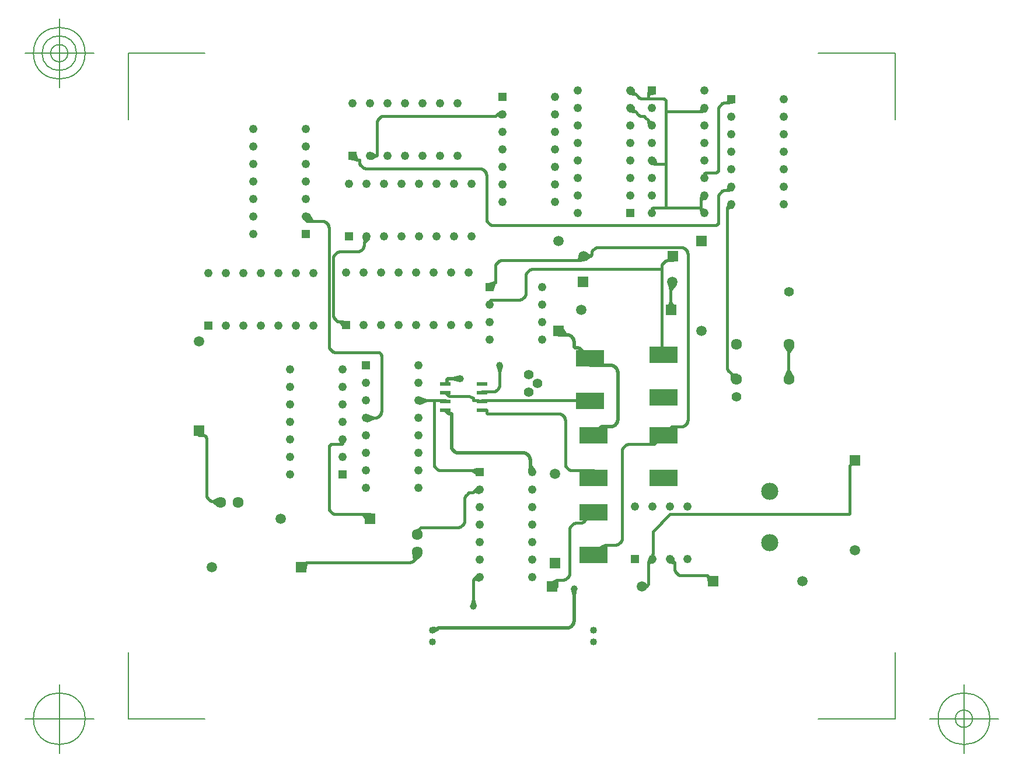
<source format=gbr>
G04 Generated by Ultiboard 12.0 *
%FSLAX25Y25*%
%MOIN*%

%ADD10C,0.00001*%
%ADD11C,0.01500*%
%ADD12C,0.02000*%
%ADD13C,0.00500*%
%ADD14R,0.16339X0.09252*%
%ADD15C,0.06334*%
%ADD16C,0.05500*%
%ADD17R,0.05906X0.05906*%
%ADD18C,0.05906*%
%ADD19C,0.04000*%
%ADD20C,0.04900*%
%ADD21R,0.04900X0.04900*%
%ADD22R,0.06102X0.02362*%
%ADD23C,0.03937*%
%ADD24C,0.01575*%
%ADD25C,0.09834*%


G04 ColorRGB FF66CC for the following layer *
%LNTop Stack-up 1*%
%LPD*%
G54D10*
G54D11*
X347700Y192200D02*
X347700Y187700D01*
X347500Y187500D01*
X347500Y175000D01*
X347700Y174800D01*
X347700Y172200D01*
X172630Y159500D02*
X170500Y159500D01*
X170000Y160000D01*
X168750Y160000D01*
X167500Y160000D01*
X167500Y161250D01*
X165000Y162500D01*
X281600Y242500D02*
X281600Y240000D01*
X275000Y186205D02*
X276000Y186205D01*
X314800Y332100D02*
X312700Y330000D01*
X306250Y290000D02*
X300000Y290000D01*
X299604Y289604D01*
X299604Y287212D01*
X299604Y267212D02*
X297500Y269315D01*
X297500Y275108D01*
X299604Y277212D01*
X106248Y149990D02*
X106248Y150000D01*
X72500Y262500D02*
X71979Y263021D01*
X71979Y265054D01*
X267500Y332500D02*
X267500Y335108D01*
X269604Y337212D01*
X314800Y272100D02*
X312700Y270000D01*
X312500Y270000D01*
X315000Y175000D02*
X315000Y174900D01*
X317700Y172200D01*
X177500Y217500D02*
X176800Y216800D01*
X176800Y214700D01*
X277500Y295000D02*
X271815Y295000D01*
X269604Y297212D01*
X277500Y270000D02*
X297500Y270000D01*
X297500Y269315D01*
X299604Y267212D01*
X184100Y323500D02*
X181000Y323500D01*
X180000Y322500D01*
X112500Y300000D02*
X112200Y299700D01*
X108587Y299700D01*
X230419Y242500D02*
X227919Y240000D01*
X180000Y227500D02*
X179600Y227500D01*
X176800Y224700D01*
X276000Y140205D02*
X270795Y135000D01*
X277500Y325000D02*
X297500Y325000D01*
X297500Y325108D01*
X299604Y327212D01*
X23300Y101700D02*
X20800Y101700D01*
X20000Y102500D01*
X10700Y140000D02*
X10700Y142600D01*
X171134Y119101D02*
X171134Y120000D01*
X276000Y140205D02*
X280795Y145000D01*
X257235Y337212D02*
X259447Y335000D01*
X260000Y335000D01*
X270000Y270000D02*
X269604Y269604D01*
X269604Y267212D01*
X277500Y331250D02*
X277500Y270000D01*
X270000Y270000D01*
X172630Y165000D02*
X172630Y164500D01*
X215000Y57500D02*
X215000Y53858D01*
X212618Y53858D01*
X151370Y159500D02*
X151370Y160000D01*
X136248Y160000D01*
X136248Y159990D01*
X169101Y59101D02*
X171134Y59101D01*
X135646Y73526D02*
X135646Y70646D01*
X72075Y67500D02*
X69227Y64652D01*
X234000Y159795D02*
X234000Y160000D01*
X172630Y160000D01*
X172630Y159500D01*
X236000Y115795D02*
X236000Y120000D01*
X175000Y154500D02*
X172630Y154500D01*
X314800Y282100D02*
X312700Y280000D01*
X100787Y297500D02*
X98587Y299700D01*
X269698Y69503D02*
X267695Y67500D01*
X267500Y67500D01*
X266358Y53858D02*
X263799Y53858D01*
X281181Y227900D02*
X281181Y226181D01*
X280000Y225000D01*
X280000Y211600D01*
X280400Y211600D01*
X108644Y92519D02*
X108644Y95000D01*
X86250Y135000D02*
X92500Y135000D01*
X92879Y135379D01*
X92879Y137903D01*
X171134Y109101D02*
X169101Y109101D01*
X135646Y85646D02*
X135646Y83526D01*
X106500Y253800D02*
X106500Y251500D01*
X92900Y205000D02*
X94800Y203100D01*
X269604Y317212D02*
X267500Y319315D01*
X267500Y320000D01*
X260000Y325000D02*
X259447Y325000D01*
X257235Y327212D01*
X304446Y56596D02*
X301043Y60000D01*
X282500Y67500D02*
X281700Y67500D01*
X279698Y69503D01*
X152703Y163167D02*
X152850Y163033D01*
X153007Y162912D01*
X153175Y162805D01*
X153351Y162713D01*
X153534Y162637D01*
X153724Y162578D01*
X153918Y162535D01*
X154115Y162509D01*
X154313Y162500D01*
X278679Y240000D02*
X278431Y239989D01*
X278184Y239957D01*
X277942Y239903D01*
X277705Y239828D01*
X277476Y239733D01*
X277256Y239619D01*
X277047Y239485D01*
X276850Y239334D01*
X276667Y239167D01*
X275833Y238333D02*
X275666Y238150D01*
X275515Y237953D01*
X275381Y237744D01*
X275267Y237524D01*
X275172Y237295D01*
X275097Y237058D01*
X275043Y236816D01*
X275011Y236569D01*
X275000Y236321D01*
X310900Y330000D02*
X310711Y329992D01*
X310523Y329967D01*
X310338Y329926D01*
X310157Y329869D01*
X309982Y329796D01*
X309814Y329709D01*
X309654Y329607D01*
X309503Y329492D01*
X309364Y329364D01*
X308333Y328333D02*
X308166Y328150D01*
X308015Y327953D01*
X307881Y327744D01*
X307767Y327524D01*
X307672Y327295D01*
X307597Y327058D01*
X307543Y326816D01*
X307511Y326569D01*
X307500Y326321D01*
X307083Y290833D02*
X307167Y290925D01*
X307243Y291023D01*
X307309Y291128D01*
X307367Y291238D01*
X307414Y291353D01*
X307452Y291471D01*
X307478Y291592D01*
X307495Y291715D01*
X307500Y291839D01*
X111321Y150000D02*
X111569Y150011D01*
X111816Y150043D01*
X112058Y150097D01*
X112295Y150172D01*
X112524Y150267D01*
X112744Y150381D01*
X112953Y150515D01*
X113150Y150666D01*
X113333Y150833D01*
X114167Y151667D02*
X114334Y151850D01*
X114485Y152047D01*
X114619Y152256D01*
X114733Y152476D01*
X114828Y152705D01*
X114903Y152942D01*
X114957Y153184D01*
X114989Y153431D01*
X115000Y153679D01*
X115000Y185661D02*
X114995Y185785D01*
X114978Y185908D01*
X114952Y186029D01*
X114914Y186147D01*
X114867Y186262D01*
X114809Y186372D01*
X114743Y186477D01*
X114667Y186575D01*
X114583Y186667D01*
X86667Y188333D02*
X86850Y188166D01*
X87047Y188015D01*
X87256Y187881D01*
X87476Y187767D01*
X87705Y187672D01*
X87942Y187597D01*
X88184Y187543D01*
X88431Y187511D01*
X88679Y187500D01*
X85000Y191179D02*
X85011Y190931D01*
X85043Y190684D01*
X85097Y190442D01*
X85172Y190205D01*
X85267Y189976D01*
X85381Y189756D01*
X85515Y189547D01*
X85666Y189350D01*
X85833Y189167D01*
X85000Y258821D02*
X84989Y259069D01*
X84957Y259316D01*
X84903Y259558D01*
X84828Y259795D01*
X84733Y260024D01*
X84619Y260244D01*
X84485Y260453D01*
X84334Y260650D01*
X84167Y260833D01*
X83333Y261667D02*
X83150Y261834D01*
X82953Y261985D01*
X82744Y262119D01*
X82524Y262233D01*
X82295Y262328D01*
X82058Y262403D01*
X81816Y262457D01*
X81569Y262489D01*
X81321Y262500D01*
X312500Y178679D02*
X312511Y178431D01*
X312543Y178184D01*
X312597Y177942D01*
X312672Y177705D01*
X312767Y177476D01*
X312881Y177256D01*
X313015Y177047D01*
X313166Y176850D01*
X313333Y176667D01*
X201179Y235000D02*
X200931Y234989D01*
X200684Y234957D01*
X200442Y234903D01*
X200205Y234828D01*
X199976Y234733D01*
X199756Y234619D01*
X199547Y234485D01*
X199350Y234334D01*
X199167Y234167D01*
X198333Y233333D02*
X198166Y233150D01*
X198015Y232953D01*
X197881Y232744D01*
X197767Y232524D01*
X197672Y232295D01*
X197597Y232058D01*
X197543Y231816D01*
X197511Y231569D01*
X197500Y231321D01*
X196667Y219167D02*
X196834Y219350D01*
X196985Y219547D01*
X197119Y219756D01*
X197233Y219976D01*
X197328Y220205D01*
X197403Y220442D01*
X197457Y220684D01*
X197489Y220931D01*
X197500Y221179D01*
X193821Y217500D02*
X194069Y217511D01*
X194316Y217543D01*
X194558Y217597D01*
X194795Y217672D01*
X195024Y217767D01*
X195244Y217881D01*
X195453Y218015D01*
X195650Y218166D01*
X195833Y218333D01*
X116179Y322500D02*
X115931Y322489D01*
X115684Y322457D01*
X115442Y322403D01*
X115205Y322328D01*
X114976Y322233D01*
X114756Y322119D01*
X114547Y321985D01*
X114350Y321834D01*
X114167Y321667D01*
X113333Y320833D02*
X113166Y320650D01*
X113015Y320453D01*
X112881Y320244D01*
X112767Y320024D01*
X112672Y319795D01*
X112597Y319558D01*
X112543Y319316D01*
X112511Y319069D01*
X112500Y318821D01*
X183679Y240000D02*
X183431Y239989D01*
X183184Y239957D01*
X182942Y239903D01*
X182705Y239828D01*
X182476Y239733D01*
X182256Y239619D01*
X182047Y239485D01*
X181850Y239334D01*
X181667Y239167D01*
X180833Y238333D02*
X180666Y238150D01*
X180515Y237953D01*
X180381Y237744D01*
X180267Y237524D01*
X180172Y237295D01*
X180097Y237058D01*
X180043Y236816D01*
X180011Y236569D01*
X180000Y236321D01*
X256179Y135000D02*
X255931Y134989D01*
X255684Y134957D01*
X255442Y134903D01*
X255205Y134828D01*
X254976Y134733D01*
X254756Y134619D01*
X254547Y134485D01*
X254350Y134334D01*
X254167Y134167D01*
X253333Y133333D02*
X253166Y133150D01*
X253015Y132953D01*
X252881Y132744D01*
X252767Y132524D01*
X252672Y132295D01*
X252597Y132058D01*
X252543Y131816D01*
X252511Y131569D01*
X252500Y131321D01*
X251667Y79167D02*
X251834Y79350D01*
X251985Y79547D01*
X252119Y79756D01*
X252233Y79976D01*
X252328Y80205D01*
X252403Y80442D01*
X252457Y80684D01*
X252489Y80931D01*
X252500Y81179D01*
X248821Y77500D02*
X249069Y77511D01*
X249316Y77543D01*
X249558Y77597D01*
X249795Y77672D01*
X250024Y77767D01*
X250244Y77881D01*
X250453Y78015D01*
X250650Y78166D01*
X250833Y78333D01*
X244394Y77500D02*
X243828Y77475D01*
X243267Y77401D01*
X242714Y77279D01*
X242173Y77108D01*
X241650Y76892D01*
X241148Y76630D01*
X240670Y76326D01*
X240221Y75981D01*
X239803Y75598D01*
X16911Y103089D02*
X17040Y102971D01*
X17179Y102864D01*
X17327Y102770D01*
X17483Y102688D01*
X17645Y102621D01*
X17813Y102569D01*
X17984Y102531D01*
X18158Y102508D01*
X18333Y102500D01*
X15000Y106179D02*
X15011Y105931D01*
X15043Y105684D01*
X15097Y105442D01*
X15172Y105205D01*
X15267Y104976D01*
X15381Y104756D01*
X15515Y104547D01*
X15666Y104350D01*
X15833Y104167D01*
X15000Y138567D02*
X14995Y138692D01*
X14978Y138816D01*
X14951Y138938D01*
X14914Y139057D01*
X14866Y139172D01*
X14808Y139283D01*
X14741Y139389D01*
X14665Y139488D01*
X14580Y139580D01*
X14488Y139665D01*
X14389Y139741D01*
X14283Y139808D01*
X14172Y139866D01*
X14057Y139914D01*
X13938Y139951D01*
X13816Y139978D01*
X13692Y139995D01*
X13567Y140000D01*
X146667Y120833D02*
X146850Y120666D01*
X147047Y120515D01*
X147256Y120381D01*
X147476Y120267D01*
X147705Y120172D01*
X147942Y120097D01*
X148184Y120043D01*
X148431Y120011D01*
X148679Y120000D01*
X145000Y123679D02*
X145011Y123431D01*
X145043Y123184D01*
X145097Y122942D01*
X145172Y122705D01*
X145267Y122476D01*
X145381Y122256D01*
X145515Y122047D01*
X145666Y121850D01*
X145833Y121667D01*
X286321Y145000D02*
X286569Y145011D01*
X286816Y145043D01*
X287058Y145097D01*
X287295Y145172D01*
X287524Y145267D01*
X287744Y145381D01*
X287953Y145515D01*
X288150Y145666D01*
X288333Y145833D01*
X289167Y146667D02*
X289334Y146850D01*
X289485Y147047D01*
X289619Y147256D01*
X289733Y147476D01*
X289828Y147705D01*
X289903Y147942D01*
X289957Y148184D01*
X289989Y148431D01*
X290000Y148679D01*
X290000Y243821D02*
X289989Y244069D01*
X289957Y244316D01*
X289903Y244558D01*
X289828Y244795D01*
X289733Y245024D01*
X289619Y245244D01*
X289485Y245453D01*
X289334Y245650D01*
X289167Y245833D01*
X288333Y246667D02*
X288150Y246834D01*
X287953Y246985D01*
X287744Y247119D01*
X287524Y247233D01*
X287295Y247328D01*
X287058Y247403D01*
X286816Y247457D01*
X286569Y247489D01*
X286321Y247500D01*
X238679Y247500D02*
X238431Y247489D01*
X238184Y247457D01*
X237942Y247403D01*
X237705Y247328D01*
X237476Y247233D01*
X237256Y247119D01*
X237047Y246985D01*
X236850Y246834D01*
X236667Y246667D01*
X235589Y245589D02*
X235471Y245460D01*
X235364Y245321D01*
X235270Y245173D01*
X235188Y245017D01*
X235121Y244855D01*
X235069Y244687D01*
X235031Y244516D01*
X235008Y244342D01*
X235000Y244167D01*
X234167Y242500D02*
X234239Y242503D01*
X234311Y242513D01*
X234382Y242528D01*
X234452Y242550D01*
X234519Y242578D01*
X234583Y242612D01*
X234645Y242651D01*
X234702Y242695D01*
X234756Y242744D01*
X234805Y242798D01*
X234849Y242855D01*
X234888Y242917D01*
X234922Y242981D01*
X234950Y243048D01*
X234972Y243118D01*
X234987Y243189D01*
X234997Y243261D01*
X235000Y243333D01*
X261667Y333333D02*
X261850Y333166D01*
X262047Y333015D01*
X262256Y332881D01*
X262476Y332767D01*
X262705Y332672D01*
X262942Y332597D01*
X263184Y332543D01*
X263431Y332511D01*
X263679Y332500D01*
X276667Y332083D02*
X276575Y332167D01*
X276477Y332243D01*
X276372Y332309D01*
X276262Y332367D01*
X276147Y332414D01*
X276029Y332452D01*
X275908Y332478D01*
X275785Y332495D01*
X275661Y332500D01*
X181667Y166667D02*
X181834Y166850D01*
X181985Y167047D01*
X182119Y167256D01*
X182233Y167476D01*
X182328Y167705D01*
X182403Y167942D01*
X182457Y168184D01*
X182489Y168431D01*
X182500Y168679D01*
X178821Y165000D02*
X179069Y165011D01*
X179316Y165043D01*
X179558Y165097D01*
X179795Y165172D01*
X180024Y165267D01*
X180244Y165381D01*
X180453Y165515D01*
X180650Y165666D01*
X180833Y165833D01*
X228197Y90000D02*
X228533Y90015D01*
X228867Y90059D01*
X229196Y90131D01*
X229517Y90233D01*
X229828Y90362D01*
X230126Y90517D01*
X230410Y90698D01*
X230677Y90903D01*
X230926Y91130D01*
X226179Y90000D02*
X225931Y89989D01*
X225684Y89957D01*
X225442Y89903D01*
X225205Y89828D01*
X224976Y89733D01*
X224756Y89619D01*
X224547Y89485D01*
X224350Y89334D01*
X224167Y89167D01*
X223333Y88333D02*
X223166Y88150D01*
X223015Y87953D01*
X222881Y87744D01*
X222767Y87524D01*
X222672Y87295D01*
X222597Y87058D01*
X222543Y86816D01*
X222511Y86569D01*
X222500Y86321D01*
X221667Y59167D02*
X221834Y59350D01*
X221985Y59547D01*
X222119Y59756D01*
X222233Y59976D01*
X222328Y60205D01*
X222403Y60442D01*
X222457Y60684D01*
X222489Y60931D01*
X222500Y61179D01*
X222500Y61179D01*
X218821Y57500D02*
X219069Y57511D01*
X219316Y57543D01*
X219558Y57597D01*
X219795Y57672D01*
X220024Y57767D01*
X220244Y57881D01*
X220453Y58015D01*
X220650Y58166D01*
X220833Y58333D01*
X168034Y58034D02*
X167926Y57916D01*
X167829Y57790D01*
X167744Y57656D01*
X167671Y57515D01*
X167610Y57368D01*
X167562Y57217D01*
X167528Y57062D01*
X167507Y56904D01*
X167500Y56745D01*
X131017Y67500D02*
X131329Y67514D01*
X131639Y67554D01*
X131944Y67622D01*
X132241Y67716D01*
X132530Y67836D01*
X132807Y67980D01*
X133071Y68148D01*
X133318Y68338D01*
X133549Y68549D01*
X221667Y120833D02*
X221850Y120666D01*
X222047Y120515D01*
X222256Y120381D01*
X222476Y120267D01*
X222705Y120172D01*
X222942Y120097D01*
X223184Y120043D01*
X223431Y120011D01*
X223679Y120000D01*
X220000Y123679D02*
X220011Y123431D01*
X220043Y123184D01*
X220097Y122942D01*
X220172Y122705D01*
X220267Y122476D01*
X220381Y122256D01*
X220515Y122047D01*
X220666Y121850D01*
X220833Y121667D01*
X220000Y148821D02*
X219989Y149069D01*
X219957Y149316D01*
X219903Y149558D01*
X219828Y149795D01*
X219733Y150024D01*
X219619Y150244D01*
X219485Y150453D01*
X219334Y150650D01*
X219167Y150833D01*
X218333Y151667D02*
X218150Y151834D01*
X217953Y151985D01*
X217744Y152119D01*
X217524Y152233D01*
X217295Y152328D01*
X217058Y152403D01*
X216816Y152457D01*
X216569Y152489D01*
X216321Y152500D01*
X175000Y153167D02*
X175003Y153109D01*
X175010Y153051D01*
X175023Y152994D01*
X175040Y152939D01*
X175062Y152885D01*
X175089Y152833D01*
X175121Y152784D01*
X175156Y152738D01*
X175195Y152695D01*
X175238Y152656D01*
X175284Y152621D01*
X175333Y152589D01*
X175385Y152562D01*
X175439Y152540D01*
X175494Y152523D01*
X175551Y152510D01*
X175609Y152503D01*
X175667Y152500D01*
X310900Y280000D02*
X310711Y279992D01*
X310523Y279967D01*
X310338Y279926D01*
X310157Y279869D01*
X309982Y279796D01*
X309814Y279709D01*
X309654Y279607D01*
X309503Y279492D01*
X309364Y279364D01*
X308333Y278333D02*
X308166Y278150D01*
X308015Y277953D01*
X307881Y277744D01*
X307767Y277524D01*
X307672Y277295D01*
X307597Y277058D01*
X307543Y276816D01*
X307511Y276569D01*
X307500Y276321D01*
X307083Y260833D02*
X307167Y260925D01*
X307243Y261023D01*
X307309Y261128D01*
X307367Y261238D01*
X307414Y261353D01*
X307452Y261471D01*
X307478Y261592D01*
X307495Y261715D01*
X307500Y261839D01*
X176667Y260833D02*
X176850Y260666D01*
X177047Y260515D01*
X177256Y260381D01*
X177476Y260267D01*
X177705Y260172D01*
X177942Y260097D01*
X178184Y260043D01*
X178431Y260011D01*
X178679Y260000D01*
X175000Y263679D02*
X175011Y263431D01*
X175043Y263184D01*
X175097Y262942D01*
X175172Y262705D01*
X175267Y262476D01*
X175381Y262256D01*
X175515Y262047D01*
X175666Y261850D01*
X175833Y261667D01*
X175000Y288821D02*
X174989Y289069D01*
X174957Y289316D01*
X174903Y289558D01*
X174828Y289795D01*
X174733Y290024D01*
X174619Y290244D01*
X174485Y290453D01*
X174334Y290650D01*
X174167Y290833D01*
X173333Y291667D02*
X173150Y291834D01*
X172953Y291985D01*
X172744Y292119D01*
X172524Y292233D01*
X172295Y292328D01*
X172058Y292403D01*
X171816Y292457D01*
X171569Y292489D01*
X171321Y292500D01*
X104167Y293333D02*
X104350Y293166D01*
X104547Y293015D01*
X104756Y292881D01*
X104976Y292767D01*
X105205Y292672D01*
X105442Y292597D01*
X105684Y292543D01*
X105931Y292511D01*
X106179Y292500D01*
X102500Y295833D02*
X102508Y295658D01*
X102531Y295484D01*
X102569Y295313D01*
X102621Y295145D01*
X102688Y294983D01*
X102770Y294827D01*
X102864Y294679D01*
X102971Y294540D01*
X103089Y294411D01*
X102500Y296929D02*
X102498Y296979D01*
X102491Y297028D01*
X102481Y297077D01*
X102466Y297124D01*
X102446Y297170D01*
X102423Y297214D01*
X102397Y297256D01*
X102366Y297296D01*
X102333Y297333D01*
X102296Y297366D01*
X102256Y297397D01*
X102214Y297423D01*
X102170Y297446D01*
X102124Y297466D01*
X102077Y297481D01*
X102028Y297491D01*
X101979Y297498D01*
X101929Y297500D01*
X267119Y54619D02*
X267196Y54703D01*
X267265Y54793D01*
X267326Y54889D01*
X267378Y54989D01*
X267422Y55094D01*
X267456Y55202D01*
X267480Y55313D01*
X267495Y55425D01*
X267500Y55538D01*
X86667Y95833D02*
X86850Y95666D01*
X87047Y95515D01*
X87256Y95381D01*
X87476Y95267D01*
X87705Y95172D01*
X87942Y95097D01*
X88184Y95043D01*
X88431Y95011D01*
X88679Y95000D01*
X85000Y98679D02*
X85011Y98431D01*
X85043Y98184D01*
X85097Y97942D01*
X85172Y97705D01*
X85267Y97476D01*
X85381Y97256D01*
X85515Y97047D01*
X85666Y96850D01*
X85833Y96667D01*
X85417Y134167D02*
X85333Y134075D01*
X85257Y133977D01*
X85191Y133872D01*
X85133Y133762D01*
X85086Y133647D01*
X85048Y133529D01*
X85022Y133408D01*
X85005Y133285D01*
X85000Y133161D01*
X166745Y107500D02*
X166904Y107507D01*
X167062Y107528D01*
X167217Y107562D01*
X167368Y107610D01*
X167515Y107671D01*
X167656Y107744D01*
X167790Y107829D01*
X167916Y107926D01*
X168034Y108034D01*
X168034Y108034D01*
X165833Y107500D02*
X165658Y107492D01*
X165484Y107469D01*
X165313Y107431D01*
X165145Y107379D01*
X164983Y107312D01*
X164827Y107230D01*
X164679Y107136D01*
X164540Y107029D01*
X164411Y106911D01*
X163333Y105833D02*
X163166Y105650D01*
X163015Y105453D01*
X162881Y105244D01*
X162767Y105024D01*
X162672Y104795D01*
X162597Y104558D01*
X162543Y104316D01*
X162511Y104069D01*
X162500Y103821D01*
X161667Y89167D02*
X161834Y89350D01*
X161985Y89547D01*
X162119Y89756D01*
X162233Y89976D01*
X162328Y90205D01*
X162403Y90442D01*
X162457Y90684D01*
X162489Y90931D01*
X162500Y91179D01*
X158821Y87500D02*
X159069Y87511D01*
X159316Y87543D01*
X159558Y87597D01*
X159795Y87672D01*
X160024Y87767D01*
X160244Y87881D01*
X160453Y88015D01*
X160650Y88166D01*
X160833Y88333D01*
X138374Y87500D02*
X138190Y87492D01*
X138007Y87468D01*
X137828Y87428D01*
X137652Y87373D01*
X137482Y87302D01*
X137319Y87217D01*
X137164Y87119D01*
X137018Y87006D01*
X136882Y86882D01*
X105500Y250500D02*
X105399Y250390D01*
X105309Y250272D01*
X105229Y250146D01*
X105160Y250014D01*
X105103Y249877D01*
X105058Y249735D01*
X105026Y249589D01*
X105006Y249442D01*
X105000Y249293D01*
X104411Y246911D02*
X104529Y247040D01*
X104636Y247179D01*
X104730Y247327D01*
X104812Y247483D01*
X104879Y247645D01*
X104931Y247813D01*
X104969Y247984D01*
X104992Y248158D01*
X105000Y248333D01*
X101321Y245000D02*
X101569Y245011D01*
X101816Y245043D01*
X102058Y245097D01*
X102295Y245172D01*
X102524Y245267D01*
X102744Y245381D01*
X102953Y245515D01*
X103150Y245666D01*
X103333Y245833D01*
X91179Y245000D02*
X90931Y244989D01*
X90684Y244957D01*
X90442Y244903D01*
X90205Y244828D01*
X89976Y244733D01*
X89756Y244619D01*
X89547Y244485D01*
X89350Y244334D01*
X89167Y244167D01*
X88333Y243333D02*
X88166Y243150D01*
X88015Y242953D01*
X87881Y242744D01*
X87767Y242524D01*
X87672Y242295D01*
X87597Y242058D01*
X87543Y241816D01*
X87511Y241569D01*
X87500Y241321D01*
X87500Y208679D02*
X87511Y208431D01*
X87543Y208184D01*
X87597Y207942D01*
X87672Y207705D01*
X87767Y207476D01*
X87881Y207256D01*
X88015Y207047D01*
X88166Y206850D01*
X88333Y206667D01*
X89316Y205684D02*
X89467Y205546D01*
X89628Y205422D01*
X89800Y205313D01*
X89980Y205219D01*
X90168Y205141D01*
X90363Y205080D01*
X90561Y205035D01*
X90763Y205009D01*
X90967Y205000D01*
X265589Y321911D02*
X265460Y322029D01*
X265321Y322136D01*
X265173Y322230D01*
X265017Y322312D01*
X264855Y322379D01*
X264687Y322431D01*
X264516Y322469D01*
X264342Y322492D01*
X264167Y322500D01*
X261911Y323089D02*
X262040Y322971D01*
X262179Y322864D01*
X262327Y322770D01*
X262483Y322688D01*
X262645Y322621D01*
X262813Y322569D01*
X262984Y322531D01*
X263158Y322508D01*
X263333Y322500D01*
X284167Y60833D02*
X284350Y60666D01*
X284547Y60515D01*
X284756Y60381D01*
X284976Y60267D01*
X285205Y60172D01*
X285442Y60097D01*
X285684Y60043D01*
X285931Y60011D01*
X286179Y60000D01*
X282500Y63679D02*
X282511Y63431D01*
X282543Y63184D01*
X282597Y62942D01*
X282672Y62705D01*
X282767Y62476D01*
X282881Y62256D01*
X283015Y62047D01*
X283166Y61850D01*
X283333Y61667D01*
X165000Y162500D02*
X154313Y162500D01*
X152703Y163167D02*
X151370Y164500D01*
X281600Y240000D02*
X278679Y240000D01*
X276667Y239167D02*
X275833Y238333D01*
X275000Y236321D02*
X275000Y186205D01*
X312700Y330000D02*
X310900Y330000D01*
X309364Y329364D02*
X308333Y328333D01*
X307500Y326321D02*
X307500Y291839D01*
X307083Y290833D02*
X306250Y290000D01*
X106248Y150000D02*
X111321Y150000D01*
X113333Y150833D02*
X114167Y151667D01*
X115000Y153679D02*
X115000Y185661D01*
X114583Y186667D02*
X113750Y187500D01*
X88679Y187500D01*
X86667Y188333D02*
X85833Y189167D01*
X85000Y191179D02*
X85000Y258821D01*
X84167Y260833D02*
X83333Y261667D01*
X81321Y262500D02*
X72500Y262500D01*
X312500Y270000D02*
X312500Y178679D01*
X313333Y176667D02*
X315000Y175000D01*
X275000Y235000D02*
X201179Y235000D01*
X199167Y234167D02*
X198333Y233333D01*
X197500Y231321D02*
X197500Y221179D01*
X196667Y219167D02*
X195833Y218333D01*
X193821Y217500D02*
X177500Y217500D01*
X180000Y322500D02*
X116179Y322500D01*
X114167Y321667D02*
X113333Y320833D01*
X112500Y318821D02*
X112500Y300000D01*
X227919Y240000D02*
X183679Y240000D01*
X181667Y239167D02*
X180833Y238333D01*
X180000Y236321D02*
X180000Y227500D01*
X270795Y135000D02*
X256179Y135000D01*
X254167Y134167D02*
X253333Y133333D01*
X252500Y131321D02*
X252500Y81179D01*
X251667Y79167D02*
X250833Y78333D01*
X248821Y77500D02*
X244394Y77500D01*
X239803Y75598D02*
X236000Y71795D01*
X20000Y102500D02*
X18333Y102500D01*
X16911Y103089D02*
X15833Y104167D01*
X15000Y106179D02*
X15000Y138567D01*
X13567Y140000D02*
X10700Y140000D01*
X171134Y120000D02*
X148679Y120000D01*
X146667Y120833D02*
X145833Y121667D01*
X145000Y123679D02*
X145000Y160000D01*
X280795Y145000D02*
X286321Y145000D01*
X288333Y145833D02*
X289167Y146667D01*
X290000Y148679D02*
X290000Y243821D01*
X289167Y245833D02*
X288333Y246667D01*
X286321Y247500D02*
X238679Y247500D01*
X236667Y246667D02*
X235589Y245589D01*
X235000Y244167D02*
X235000Y243333D01*
X234167Y242500D02*
X230419Y242500D01*
X260000Y335000D02*
X261667Y333333D01*
X263679Y332500D02*
X275661Y332500D01*
X276667Y332083D02*
X277500Y331250D01*
X182500Y180000D02*
X182500Y168679D01*
X181667Y166667D02*
X180833Y165833D01*
X178821Y165000D02*
X172630Y165000D01*
X236000Y96205D02*
X230926Y91130D01*
X228197Y90000D02*
X226179Y90000D01*
X224167Y89167D02*
X223333Y88333D01*
X222500Y86321D02*
X222500Y61179D01*
X221667Y59167D02*
X220833Y58333D01*
X218821Y57500D02*
X215000Y57500D01*
X167500Y42500D02*
X167500Y56745D01*
X168034Y58034D02*
X169101Y59101D01*
X135646Y70646D02*
X133549Y68549D01*
X131017Y67500D02*
X72075Y67500D01*
X236000Y120000D02*
X223679Y120000D01*
X221667Y120833D02*
X220833Y121667D01*
X220000Y123679D02*
X220000Y148821D01*
X219167Y150833D02*
X218333Y151667D01*
X216321Y152500D02*
X175667Y152500D01*
X175000Y153167D02*
X175000Y154500D01*
X312700Y280000D02*
X310900Y280000D01*
X309364Y279364D02*
X308333Y278333D01*
X307500Y276321D02*
X307500Y261839D01*
X307083Y260833D02*
X306250Y260000D01*
X178679Y260000D01*
X176667Y260833D02*
X175833Y261667D01*
X175000Y263679D02*
X175000Y288821D01*
X174167Y290833D02*
X173333Y291667D01*
X171321Y292500D02*
X106179Y292500D01*
X104167Y293333D02*
X103089Y294411D01*
X102500Y295833D02*
X102500Y296929D01*
X101929Y297500D02*
X100787Y297500D01*
X267500Y67500D02*
X267500Y55538D01*
X267119Y54619D02*
X266358Y53858D01*
X108644Y95000D02*
X88679Y95000D01*
X86667Y95833D02*
X85833Y96667D01*
X85000Y98679D02*
X85000Y133161D01*
X85417Y134167D02*
X86250Y135000D01*
X169101Y109101D02*
X168034Y108034D01*
X166745Y107500D02*
X165833Y107500D01*
X164411Y106911D02*
X163333Y105833D01*
X162500Y103821D02*
X162500Y91179D01*
X161667Y89167D02*
X160833Y88333D01*
X158821Y87500D02*
X138374Y87500D01*
X136882Y86882D02*
X135646Y85646D01*
X106500Y251500D02*
X105500Y250500D01*
X105000Y249293D02*
X105000Y248333D01*
X104411Y246911D02*
X103333Y245833D01*
X101321Y245000D02*
X91179Y245000D01*
X89167Y244167D02*
X88333Y243333D01*
X87500Y241321D02*
X87500Y208679D01*
X88333Y206667D02*
X89316Y205684D01*
X90967Y205000D02*
X92900Y205000D01*
X267500Y320000D02*
X265589Y321911D01*
X264167Y322500D02*
X263333Y322500D01*
X261911Y323089D02*
X260000Y325000D01*
X301043Y60000D02*
X286179Y60000D01*
X284167Y60833D02*
X283333Y61667D01*
X282500Y63679D02*
X282500Y67500D01*
G36*
X167500Y46469D02*
X167500Y46469D01*
X168660Y42874D01*
X166340Y42874D01*
X167500Y46469D01*
D02*
G37*
X168660Y42874D01*
X166340Y42874D01*
X167500Y46469D01*
G36*
X182500Y176031D02*
X182500Y176031D01*
X181340Y179626D01*
X183660Y179626D01*
X182500Y176031D01*
D02*
G37*
X181340Y179626D01*
X183660Y179626D01*
X182500Y176031D01*
G36*
X179416Y227316D02*
X179416Y227316D01*
X178420Y224185D01*
X176285Y226320D01*
X179416Y227316D01*
D02*
G37*
X178420Y224185D01*
X176285Y226320D01*
X179416Y227316D01*
G36*
X280000Y216537D02*
X280000Y216537D01*
X282287Y212736D01*
X278354Y212417D01*
X280000Y216537D01*
D02*
G37*
X282287Y212736D01*
X278354Y212417D01*
X280000Y216537D01*
G36*
X281864Y67500D02*
X281864Y67500D01*
X279474Y67818D01*
X281360Y69858D01*
X281864Y67500D01*
D02*
G37*
X279474Y67818D01*
X281360Y69858D01*
X281864Y67500D01*
G36*
X267532Y67500D02*
X267532Y67500D01*
X268035Y69858D01*
X269922Y67818D01*
X267532Y67500D01*
D02*
G37*
X268035Y69858D01*
X269922Y67818D01*
X267532Y67500D01*
G36*
X140698Y160000D02*
X140698Y160000D01*
X136893Y158417D01*
X136893Y161562D01*
X140698Y160000D01*
D02*
G37*
X136893Y158417D01*
X136893Y161562D01*
X140698Y160000D01*
G36*
X110698Y150000D02*
X110698Y150000D01*
X106893Y148417D01*
X106893Y151562D01*
X110698Y150000D01*
D02*
G37*
X106893Y148417D01*
X106893Y151562D01*
X110698Y150000D01*
G36*
X279219Y240000D02*
X279219Y240000D01*
X279403Y242652D01*
X281859Y240313D01*
X279219Y240000D01*
D02*
G37*
X279403Y242652D01*
X281859Y240313D01*
X279219Y240000D01*
G36*
X227977Y240059D02*
X227977Y240059D01*
X228226Y242706D01*
X230625Y240307D01*
X227977Y240059D01*
D02*
G37*
X228226Y242706D01*
X230625Y240307D01*
X227977Y240059D01*
G36*
X233872Y242500D02*
X233872Y242500D01*
X231824Y240804D01*
X231824Y244196D01*
X233872Y242500D01*
D02*
G37*
X231824Y240804D01*
X231824Y244196D01*
X233872Y242500D01*
G36*
X91625Y205000D02*
X91625Y205000D01*
X94905Y204797D01*
X93354Y202205D01*
X91625Y205000D01*
D02*
G37*
X94905Y204797D01*
X93354Y202205D01*
X91625Y205000D01*
G36*
X280000Y223090D02*
X280000Y223090D01*
X279031Y227419D01*
X282863Y226478D01*
X280000Y223090D01*
D02*
G37*
X279031Y227419D01*
X282863Y226478D01*
X280000Y223090D01*
G36*
X312714Y330014D02*
X312714Y330014D01*
X313125Y332390D01*
X315090Y330425D01*
X312714Y330014D01*
D02*
G37*
X313125Y332390D01*
X315090Y330425D01*
X312714Y330014D01*
G36*
X312714Y270014D02*
X312714Y270014D01*
X313125Y272390D01*
X315090Y270425D01*
X312714Y270014D01*
D02*
G37*
X313125Y272390D01*
X315090Y270425D01*
X312714Y270014D01*
G36*
X312714Y280014D02*
X312714Y280014D01*
X313125Y282390D01*
X315090Y280425D01*
X312714Y280014D01*
D02*
G37*
X313125Y282390D01*
X315090Y280425D01*
X312714Y280014D01*
G36*
X267518Y335126D02*
X267518Y335126D01*
X267928Y337501D01*
X269893Y335537D01*
X267518Y335126D01*
D02*
G37*
X267928Y337501D01*
X269893Y335537D01*
X267518Y335126D01*
G36*
X297518Y269298D02*
X297518Y269298D01*
X299893Y268887D01*
X297928Y266922D01*
X297518Y269298D01*
D02*
G37*
X299893Y268887D01*
X297928Y266922D01*
X297518Y269298D01*
G36*
X297518Y269298D01*
X299893Y268887D01*
X297928Y266922D01*
X297518Y269298D01*
D02*
G37*
X299893Y268887D01*
X297928Y266922D01*
X297518Y269298D01*
G36*
X297518Y325126D02*
X297518Y325126D01*
X297928Y327501D01*
X299893Y325537D01*
X297518Y325126D01*
D02*
G37*
X297928Y327501D01*
X299893Y325537D01*
X297518Y325126D01*
G36*
X297518Y275126D02*
X297518Y275126D01*
X297928Y277501D01*
X299893Y275537D01*
X297518Y275126D01*
D02*
G37*
X297928Y277501D01*
X299893Y275537D01*
X297518Y275126D01*
G36*
X271690Y295126D02*
X271690Y295126D01*
X269314Y295537D01*
X271279Y297501D01*
X271690Y295126D01*
D02*
G37*
X269314Y295537D01*
X271279Y297501D01*
X271690Y295126D01*
G36*
X267518Y319298D02*
X267518Y319298D01*
X269893Y318887D01*
X267928Y316922D01*
X267518Y319298D01*
D02*
G37*
X269893Y318887D01*
X267928Y316922D01*
X267518Y319298D01*
G36*
X259321Y335126D02*
X259321Y335126D01*
X256945Y335537D01*
X258910Y337501D01*
X259321Y335126D01*
D02*
G37*
X256945Y335537D01*
X258910Y337501D01*
X259321Y335126D01*
G36*
X259321Y325126D02*
X259321Y325126D01*
X256945Y325537D01*
X258910Y327501D01*
X259321Y325126D01*
D02*
G37*
X256945Y325537D01*
X258910Y327501D01*
X259321Y325126D01*
G36*
X181150Y323500D02*
X181150Y323500D01*
X183120Y324889D01*
X183120Y322111D01*
X181150Y323500D01*
D02*
G37*
X183120Y324889D01*
X183120Y322111D01*
X181150Y323500D01*
G36*
X133729Y68729D02*
X133729Y68729D01*
X133243Y73269D01*
X137210Y71684D01*
X133729Y68729D01*
D02*
G37*
X133243Y73269D01*
X137210Y71684D01*
X133729Y68729D01*
G36*
X71669Y67093D02*
X71669Y67093D01*
X71420Y64446D01*
X69022Y66845D01*
X71669Y67093D01*
D02*
G37*
X71420Y64446D01*
X69022Y66845D01*
X71669Y67093D01*
G36*
X18956Y102500D02*
X18956Y102500D01*
X22366Y103929D01*
X21633Y99950D01*
X18956Y102500D01*
D02*
G37*
X22366Y103929D01*
X21633Y99950D01*
X18956Y102500D01*
G36*
X104357Y95000D02*
X104357Y95000D01*
X108784Y94717D01*
X106807Y91302D01*
X104357Y95000D01*
D02*
G37*
X108784Y94717D01*
X106807Y91302D01*
X104357Y95000D01*
G36*
X105910Y250910D02*
X105910Y250910D01*
X104943Y253118D01*
X107665Y252562D01*
X105910Y250910D01*
D02*
G37*
X104943Y253118D01*
X107665Y252562D01*
X105910Y250910D01*
G36*
X347700Y187783D02*
X347700Y187783D01*
X345677Y190877D01*
X349723Y190877D01*
X347700Y187783D01*
D02*
G37*
X345677Y190877D01*
X349723Y190877D01*
X347700Y187783D01*
G36*
X100673Y297614D02*
X100673Y297614D01*
X98297Y298025D01*
X100262Y299990D01*
X100673Y297614D01*
D02*
G37*
X98297Y298025D01*
X100262Y299990D01*
X100673Y297614D01*
G36*
X111537Y299700D02*
X111537Y299700D01*
X109566Y298311D01*
X109566Y301089D01*
X111537Y299700D01*
D02*
G37*
X109566Y298311D01*
X109566Y301089D01*
X111537Y299700D01*
G36*
X12972Y140000D02*
X12972Y140000D01*
X10347Y140426D01*
X12902Y142658D01*
X12972Y140000D01*
D02*
G37*
X10347Y140426D01*
X12902Y142658D01*
X12972Y140000D01*
G36*
X166776Y120000D02*
X166776Y120000D01*
X170816Y120771D01*
X170181Y117693D01*
X166776Y120000D01*
D02*
G37*
X170816Y120771D01*
X170181Y117693D01*
X166776Y120000D01*
G36*
X168296Y58296D02*
X168296Y58296D01*
X169813Y60170D01*
X170571Y57497D01*
X168296Y58296D01*
D02*
G37*
X169813Y60170D01*
X170571Y57497D01*
X168296Y58296D01*
G36*
X168296Y108296D02*
X168296Y108296D01*
X169813Y110170D01*
X170571Y107497D01*
X168296Y108296D01*
D02*
G37*
X169813Y110170D01*
X170571Y107497D01*
X168296Y108296D01*
G36*
X315107Y174793D02*
X315107Y174793D01*
X317859Y174612D01*
X315288Y172041D01*
X315107Y174793D01*
D02*
G37*
X317859Y174612D01*
X315288Y172041D01*
X315107Y174793D01*
G36*
X75624Y262500D02*
X75624Y262500D01*
X71610Y263395D01*
X73413Y265968D01*
X75624Y262500D01*
D02*
G37*
X71610Y263395D01*
X73413Y265968D01*
X75624Y262500D01*
G36*
X347500Y177363D02*
X347500Y177363D01*
X349791Y173412D01*
X345522Y173247D01*
X347500Y177363D01*
D02*
G37*
X349791Y173412D01*
X345522Y173247D01*
X347500Y177363D01*
G36*
X215000Y57321D02*
X215000Y57321D01*
X214818Y53746D01*
X211727Y55873D01*
X215000Y57321D01*
D02*
G37*
X214818Y53746D01*
X211727Y55873D01*
X215000Y57321D01*
G36*
X301475Y59568D02*
X301475Y59568D01*
X304957Y58739D01*
X302304Y56086D01*
X301475Y59568D01*
D02*
G37*
X304957Y58739D01*
X302304Y56086D01*
X301475Y59568D01*
X269698Y69503D02*
X269698Y72198D01*
X270000Y72500D01*
X270000Y85000D01*
X382500Y122681D02*
X385538Y125719D01*
X382061Y94950D02*
X382500Y95389D01*
X382500Y122681D01*
X270000Y85000D02*
X279950Y94950D01*
X382061Y94950D01*
G54D12*
X152500Y169500D02*
X151370Y169500D01*
X201134Y119101D02*
X201134Y121366D01*
X200000Y122500D01*
X155000Y152500D02*
X153370Y152500D01*
X151370Y154500D01*
X147500Y30000D02*
X146267Y28767D01*
X144100Y28767D01*
X216300Y199900D02*
X216300Y197500D01*
X234000Y184205D02*
X234000Y180000D01*
X240795Y145000D02*
X236000Y140205D01*
X153500Y172500D02*
X153413Y172496D01*
X153326Y172485D01*
X153241Y172466D01*
X153158Y172440D01*
X153077Y172406D01*
X153000Y172366D01*
X152926Y172319D01*
X152857Y172266D01*
X152793Y172207D01*
X152734Y172143D01*
X152681Y172074D01*
X152634Y172000D01*
X152594Y171923D01*
X152560Y171842D01*
X152534Y171759D01*
X152515Y171674D01*
X152504Y171587D01*
X152500Y171500D01*
X200000Y126321D02*
X199989Y126569D01*
X199957Y126816D01*
X199903Y127058D01*
X199828Y127295D01*
X199733Y127524D01*
X199619Y127744D01*
X199485Y127953D01*
X199334Y128150D01*
X199167Y128333D01*
X198333Y129167D02*
X198150Y129334D01*
X197953Y129485D01*
X197744Y129619D01*
X197524Y129733D01*
X197295Y129828D01*
X197058Y129903D01*
X196816Y129957D01*
X196569Y129989D01*
X196321Y130000D01*
X156667Y130833D02*
X156850Y130666D01*
X157047Y130515D01*
X157256Y130381D01*
X157476Y130267D01*
X157705Y130172D01*
X157942Y130097D01*
X158184Y130043D01*
X158431Y130011D01*
X158679Y130000D01*
X155000Y133679D02*
X155011Y133431D01*
X155043Y133184D01*
X155097Y132942D01*
X155172Y132705D01*
X155267Y132476D01*
X155381Y132256D01*
X155515Y132047D01*
X155666Y131850D01*
X155833Y131667D01*
X224167Y31667D02*
X224334Y31850D01*
X224485Y32047D01*
X224619Y32256D01*
X224733Y32476D01*
X224828Y32705D01*
X224903Y32942D01*
X224957Y33184D01*
X224989Y33431D01*
X225000Y33679D01*
X225000Y33679D01*
X221321Y30000D02*
X221569Y30011D01*
X221816Y30043D01*
X222058Y30097D01*
X222295Y30172D01*
X222524Y30267D01*
X222744Y30381D01*
X222953Y30515D01*
X223150Y30666D01*
X223333Y30833D01*
X223333Y196667D02*
X223150Y196834D01*
X222953Y196985D01*
X222744Y197119D01*
X222524Y197233D01*
X222295Y197328D01*
X222058Y197403D01*
X221816Y197457D01*
X221569Y197489D01*
X221321Y197500D01*
X225000Y193821D02*
X224989Y194069D01*
X224957Y194316D01*
X224903Y194558D01*
X224828Y194795D01*
X224733Y195024D01*
X224619Y195244D01*
X224485Y195453D01*
X224334Y195650D01*
X224167Y195833D01*
X225000Y191068D02*
X225004Y190975D01*
X225016Y190883D01*
X225036Y190792D01*
X225064Y190703D01*
X225100Y190617D01*
X225143Y190534D01*
X225193Y190456D01*
X225250Y190382D01*
X225313Y190313D01*
X225382Y190250D01*
X225456Y190193D01*
X225534Y190143D01*
X225617Y190100D01*
X225703Y190064D01*
X225792Y190036D01*
X225883Y190016D01*
X225975Y190004D01*
X226068Y190000D01*
X228960Y189245D02*
X228794Y189397D01*
X228616Y189534D01*
X228426Y189654D01*
X228226Y189758D01*
X228019Y189844D01*
X227804Y189912D01*
X227584Y189961D01*
X227361Y189990D01*
X227136Y190000D01*
X248333Y179167D02*
X248150Y179334D01*
X247953Y179485D01*
X247744Y179619D01*
X247524Y179733D01*
X247295Y179828D01*
X247058Y179903D01*
X246816Y179957D01*
X246569Y179989D01*
X246321Y180000D01*
X250000Y176321D02*
X249989Y176569D01*
X249957Y176816D01*
X249903Y177058D01*
X249828Y177295D01*
X249733Y177524D01*
X249619Y177744D01*
X249485Y177953D01*
X249334Y178150D01*
X249167Y178333D01*
X249167Y146667D02*
X249334Y146850D01*
X249485Y147047D01*
X249619Y147256D01*
X249733Y147476D01*
X249828Y147705D01*
X249903Y147942D01*
X249957Y148184D01*
X249989Y148431D01*
X250000Y148679D01*
X246321Y145000D02*
X246569Y145011D01*
X246816Y145043D01*
X247058Y145097D01*
X247295Y145172D01*
X247524Y145267D01*
X247744Y145381D01*
X247953Y145515D01*
X248150Y145666D01*
X248333Y145833D01*
X160000Y172500D02*
X153500Y172500D01*
X152500Y171500D02*
X152500Y169500D01*
X200000Y122500D02*
X200000Y126321D01*
X199167Y128333D02*
X198333Y129167D01*
X196321Y130000D02*
X158679Y130000D01*
X156667Y130833D02*
X155833Y131667D01*
X155000Y133679D02*
X155000Y152500D01*
X225000Y52500D02*
X225000Y33679D01*
X224167Y31667D02*
X223333Y30833D01*
X221321Y30000D02*
X147500Y30000D01*
X216300Y197500D02*
X221321Y197500D01*
X223333Y196667D02*
X224167Y195833D01*
X225000Y193821D02*
X225000Y191068D01*
X226068Y190000D02*
X227136Y190000D01*
X228960Y189245D02*
X234000Y184205D01*
X234000Y180000D02*
X246321Y180000D01*
X248333Y179167D02*
X249167Y178333D01*
X250000Y176321D02*
X250000Y148679D01*
X249167Y146667D02*
X248333Y145833D01*
X246321Y145000D02*
X240795Y145000D01*
G36*
X156031Y172500D02*
X156031Y172500D01*
X159764Y173439D01*
X159764Y171561D01*
X156031Y172500D01*
D02*
G37*
X159764Y173439D01*
X159764Y171561D01*
X156031Y172500D01*
G36*
X225000Y48531D02*
X225000Y48531D01*
X224061Y52264D01*
X225939Y52264D01*
X225000Y48531D01*
D02*
G37*
X224061Y52264D01*
X225939Y52264D01*
X225000Y48531D01*
G36*
X220632Y197500D02*
X220632Y197500D01*
X216104Y197957D01*
X217843Y201097D01*
X220632Y197500D01*
D02*
G37*
X216104Y197957D01*
X217843Y201097D01*
X220632Y197500D01*
G36*
X200106Y122394D02*
X200106Y122394D01*
X202209Y120075D01*
X199697Y119290D01*
X200106Y122394D01*
D02*
G37*
X202209Y120075D01*
X199697Y119290D01*
X200106Y122394D01*
G36*
X147007Y29507D02*
X147007Y29507D01*
X144656Y27935D01*
X144190Y29762D01*
X147007Y29507D01*
D02*
G37*
X144656Y27935D01*
X144190Y29762D01*
X147007Y29507D01*
G54D13*
X-29612Y-21812D02*
X-29612Y16207D01*
X-29612Y-21812D02*
X14187Y-21812D01*
X408374Y-21812D02*
X364575Y-21812D01*
X408374Y-21812D02*
X408374Y16207D01*
X408374Y358374D02*
X408374Y320355D01*
X408374Y358374D02*
X364575Y358374D01*
X-29612Y358374D02*
X14187Y358374D01*
X-29612Y358374D02*
X-29612Y320355D01*
X-49297Y-21812D02*
X-88667Y-21812D01*
X-68982Y-41497D02*
X-68982Y-2127D01*
X-83746Y-21812D02*
G75*
D01*
G02X-83746Y-21812I14764J0*
G01*
X428059Y-21812D02*
X467429Y-21812D01*
X447744Y-41497D02*
X447744Y-2127D01*
X432980Y-21812D02*
G75*
D01*
G02X432980Y-21812I14764J0*
G01*
X442823Y-21812D02*
G75*
D01*
G02X442823Y-21812I4921J0*
G01*
X-49297Y358374D02*
X-88667Y358374D01*
X-68982Y338689D02*
X-68982Y378059D01*
X-83746Y358374D02*
G75*
D01*
G02X-83746Y358374I14764J0*
G01*
X-78824Y358374D02*
G75*
D01*
G02X-78824Y358374I9842J0*
G01*
X-73903Y358374D02*
G75*
D01*
G02X-73903Y358374I4921J0*
G01*
G54D14*
X236000Y71795D03*
X236000Y96205D03*
X236000Y115795D03*
X236000Y140205D03*
X276000Y115795D03*
X276000Y140205D03*
X234000Y159795D03*
X234000Y184205D03*
X276000Y161795D03*
X276000Y186205D03*
G54D15*
X317700Y192200D03*
X347700Y192200D03*
X317700Y172200D03*
X347700Y172200D03*
X33300Y101700D03*
X23300Y101700D03*
X135646Y83526D03*
X135646Y73526D03*
G54D16*
X317700Y162200D03*
X347700Y222200D03*
X199000Y174800D03*
X199000Y164800D03*
X204000Y169800D03*
G54D17*
X304446Y56596D03*
X212618Y53858D03*
X214041Y66987D03*
X10700Y142600D03*
X108644Y92519D03*
X69227Y64652D03*
X297959Y251046D03*
X230000Y227900D03*
X216300Y199900D03*
X281600Y242500D03*
X280400Y211600D03*
X385538Y125719D03*
G54D18*
X355628Y56596D03*
X263799Y53858D03*
X214041Y118168D03*
X10700Y193781D03*
X57463Y92519D03*
X18046Y64652D03*
X297959Y199865D03*
X281181Y227900D03*
X216300Y251081D03*
X230419Y242500D03*
X229219Y211600D03*
X385538Y74538D03*
G54D19*
X144100Y22100D03*
X144100Y28767D03*
X236000Y22100D03*
X236000Y28767D03*
G54D20*
X41979Y255054D03*
X71979Y285054D03*
X71979Y265054D03*
X71979Y275054D03*
X71979Y295054D03*
X71979Y305054D03*
X71979Y315054D03*
X41979Y315054D03*
X41979Y285054D03*
X41979Y265054D03*
X41979Y275054D03*
X41979Y295054D03*
X41979Y305054D03*
X201134Y119101D03*
X171134Y89101D03*
X171134Y109101D03*
X171134Y99101D03*
X171134Y79101D03*
X171134Y69101D03*
X171134Y59101D03*
X201134Y59101D03*
X201134Y89101D03*
X201134Y109101D03*
X201134Y99101D03*
X201134Y79101D03*
X201134Y69101D03*
X98587Y329700D03*
X128587Y299700D03*
X108587Y299700D03*
X118587Y299700D03*
X138587Y299700D03*
X148587Y299700D03*
X158587Y299700D03*
X158587Y329700D03*
X128587Y329700D03*
X108587Y329700D03*
X118587Y329700D03*
X138587Y329700D03*
X148587Y329700D03*
X96500Y283800D03*
X116500Y253800D03*
X106500Y253800D03*
X126500Y253800D03*
X146500Y253800D03*
X136500Y253800D03*
X156500Y253800D03*
X166500Y253800D03*
X156500Y283800D03*
X126500Y283800D03*
X116500Y283800D03*
X106500Y283800D03*
X146500Y283800D03*
X136500Y283800D03*
X166500Y283800D03*
X214100Y333500D03*
X184100Y303500D03*
X184100Y323500D03*
X184100Y313500D03*
X184100Y293500D03*
X184100Y283500D03*
X184100Y273500D03*
X214100Y273500D03*
X214100Y303500D03*
X214100Y323500D03*
X214100Y313500D03*
X214100Y293500D03*
X214100Y283500D03*
X227235Y267212D03*
X257235Y287212D03*
X257235Y277212D03*
X257235Y297212D03*
X257235Y317212D03*
X257235Y307212D03*
X257235Y327212D03*
X257235Y337212D03*
X227235Y327212D03*
X227235Y297212D03*
X227235Y287212D03*
X227235Y277212D03*
X227235Y317212D03*
X227235Y307212D03*
X227235Y337212D03*
X299604Y337212D03*
X269604Y317212D03*
X269604Y327212D03*
X269604Y307212D03*
X269604Y287212D03*
X269604Y297212D03*
X269604Y277212D03*
X269604Y267212D03*
X299604Y277212D03*
X299604Y307212D03*
X299604Y317212D03*
X299604Y327212D03*
X299604Y287212D03*
X299604Y297212D03*
X299604Y267212D03*
X344800Y332100D03*
X314800Y302100D03*
X314800Y322100D03*
X314800Y312100D03*
X314800Y292100D03*
X314800Y282100D03*
X314800Y272100D03*
X344800Y272100D03*
X344800Y302100D03*
X344800Y322100D03*
X344800Y312100D03*
X344800Y292100D03*
X344800Y282100D03*
X94800Y233100D03*
X114800Y203100D03*
X104800Y203100D03*
X124800Y203100D03*
X144800Y203100D03*
X134800Y203100D03*
X154800Y203100D03*
X164800Y203100D03*
X154800Y233100D03*
X124800Y233100D03*
X114800Y233100D03*
X104800Y233100D03*
X144800Y233100D03*
X134800Y233100D03*
X164800Y233100D03*
X16000Y232900D03*
X46000Y202900D03*
X26000Y202900D03*
X36000Y202900D03*
X56000Y202900D03*
X66000Y202900D03*
X76000Y202900D03*
X76000Y232900D03*
X46000Y232900D03*
X26000Y232900D03*
X36000Y232900D03*
X56000Y232900D03*
X66000Y232900D03*
X136248Y179990D03*
X106248Y159990D03*
X106248Y169990D03*
X106248Y149990D03*
X106248Y129990D03*
X106248Y139990D03*
X106248Y119990D03*
X106248Y109990D03*
X136248Y119990D03*
X136248Y149990D03*
X136248Y159990D03*
X136248Y169990D03*
X136248Y129990D03*
X136248Y139990D03*
X136248Y109990D03*
X62879Y117903D03*
X92879Y147903D03*
X92879Y127903D03*
X92879Y137903D03*
X92879Y157903D03*
X92879Y167903D03*
X92879Y177903D03*
X62879Y177903D03*
X62879Y147903D03*
X62879Y127903D03*
X62879Y137903D03*
X62879Y157903D03*
X62879Y167903D03*
X259698Y99503D03*
X269698Y69503D03*
X289698Y69503D03*
X279698Y69503D03*
X289698Y99503D03*
X269698Y99503D03*
X279698Y99503D03*
X176800Y204700D03*
X206800Y224700D03*
X176800Y214700D03*
X176800Y194700D03*
X206800Y194700D03*
X206800Y214700D03*
X206800Y204700D03*
G54D21*
X71979Y255054D03*
X171134Y119101D03*
X98587Y299700D03*
X96500Y253800D03*
X184100Y333500D03*
X257235Y267212D03*
X269604Y337212D03*
X314800Y332100D03*
X94800Y203100D03*
X16000Y202900D03*
X106248Y179990D03*
X92879Y117903D03*
X259698Y69503D03*
X176800Y224700D03*
G54D22*
X151370Y159500D03*
X151370Y154500D03*
X151370Y169500D03*
X151370Y164500D03*
X172630Y154500D03*
X172630Y159500D03*
X172630Y164500D03*
X172630Y169500D03*
G54D23*
X225000Y52500D03*
X182500Y180000D03*
X167500Y42500D03*
X160000Y172500D03*
G54D24*
X172630Y169500D03*
X276000Y161795D03*
X276000Y115795D03*
X236000Y96205D03*
X172630Y159500D03*
G54D25*
X336800Y78900D03*
X336800Y108067D03*

M00*

</source>
